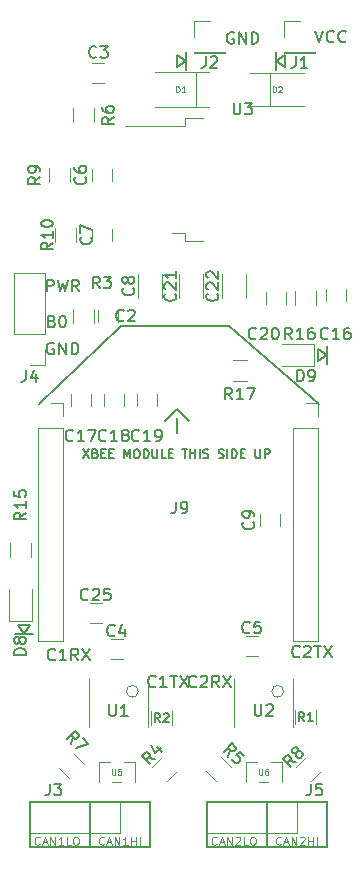
<source format=gbr>
G04 #@! TF.GenerationSoftware,KiCad,Pcbnew,5.0.2-bee76a0~70~ubuntu18.04.1*
G04 #@! TF.CreationDate,2020-02-03T17:56:43+02:00*
G04 #@! TF.ProjectId,Telemetry Board,54656c65-6d65-4747-9279-20426f617264,V1.4.1*
G04 #@! TF.SameCoordinates,Original*
G04 #@! TF.FileFunction,Legend,Top*
G04 #@! TF.FilePolarity,Positive*
%FSLAX46Y46*%
G04 Gerber Fmt 4.6, Leading zero omitted, Abs format (unit mm)*
G04 Created by KiCad (PCBNEW 5.0.2-bee76a0~70~ubuntu18.04.1) date ma  3. helmikuuta 2020 17.56.43*
%MOMM*%
%LPD*%
G01*
G04 APERTURE LIST*
%ADD10C,0.200000*%
%ADD11C,0.100000*%
%ADD12C,0.150000*%
%ADD13C,0.187500*%
%ADD14C,0.120000*%
%ADD15C,0.050000*%
%ADD16C,0.063500*%
G04 APERTURE END LIST*
D10*
X100076000Y-116586000D02*
X105156000Y-116586000D01*
X100076000Y-112776000D02*
X100076000Y-116586000D01*
X110236000Y-112776000D02*
X100076000Y-112776000D01*
X110236000Y-116586000D02*
X110236000Y-112776000D01*
X105156000Y-116586000D02*
X110236000Y-116586000D01*
X105156000Y-112776000D02*
X105156000Y-116586000D01*
X115062000Y-116586000D02*
X120142000Y-116586000D01*
X115062000Y-112776000D02*
X115062000Y-116586000D01*
X120142000Y-112776000D02*
X115062000Y-112776000D01*
X125222000Y-112776000D02*
X120142000Y-112776000D01*
X125222000Y-116586000D02*
X125222000Y-112776000D01*
X120142000Y-116586000D02*
X125222000Y-116586000D01*
X120142000Y-112776000D02*
X120142000Y-116586000D01*
D11*
X100928666Y-116328000D02*
X100895333Y-116361333D01*
X100795333Y-116394666D01*
X100728666Y-116394666D01*
X100628666Y-116361333D01*
X100562000Y-116294666D01*
X100528666Y-116228000D01*
X100495333Y-116094666D01*
X100495333Y-115994666D01*
X100528666Y-115861333D01*
X100562000Y-115794666D01*
X100628666Y-115728000D01*
X100728666Y-115694666D01*
X100795333Y-115694666D01*
X100895333Y-115728000D01*
X100928666Y-115761333D01*
X101195333Y-116194666D02*
X101528666Y-116194666D01*
X101128666Y-116394666D02*
X101362000Y-115694666D01*
X101595333Y-116394666D01*
X101828666Y-116394666D02*
X101828666Y-115694666D01*
X102228666Y-116394666D01*
X102228666Y-115694666D01*
X102928666Y-116394666D02*
X102528666Y-116394666D01*
X102728666Y-116394666D02*
X102728666Y-115694666D01*
X102662000Y-115794666D01*
X102595333Y-115861333D01*
X102528666Y-115894666D01*
X103562000Y-116394666D02*
X103228666Y-116394666D01*
X103228666Y-115694666D01*
X103928666Y-115694666D02*
X104062000Y-115694666D01*
X104128666Y-115728000D01*
X104195333Y-115794666D01*
X104228666Y-115928000D01*
X104228666Y-116161333D01*
X104195333Y-116294666D01*
X104128666Y-116361333D01*
X104062000Y-116394666D01*
X103928666Y-116394666D01*
X103862000Y-116361333D01*
X103795333Y-116294666D01*
X103762000Y-116161333D01*
X103762000Y-115928000D01*
X103795333Y-115794666D01*
X103862000Y-115728000D01*
X103928666Y-115694666D01*
X106379333Y-116328000D02*
X106346000Y-116361333D01*
X106246000Y-116394666D01*
X106179333Y-116394666D01*
X106079333Y-116361333D01*
X106012666Y-116294666D01*
X105979333Y-116228000D01*
X105946000Y-116094666D01*
X105946000Y-115994666D01*
X105979333Y-115861333D01*
X106012666Y-115794666D01*
X106079333Y-115728000D01*
X106179333Y-115694666D01*
X106246000Y-115694666D01*
X106346000Y-115728000D01*
X106379333Y-115761333D01*
X106646000Y-116194666D02*
X106979333Y-116194666D01*
X106579333Y-116394666D02*
X106812666Y-115694666D01*
X107046000Y-116394666D01*
X107279333Y-116394666D02*
X107279333Y-115694666D01*
X107679333Y-116394666D01*
X107679333Y-115694666D01*
X108379333Y-116394666D02*
X107979333Y-116394666D01*
X108179333Y-116394666D02*
X108179333Y-115694666D01*
X108112666Y-115794666D01*
X108046000Y-115861333D01*
X107979333Y-115894666D01*
X108679333Y-116394666D02*
X108679333Y-115694666D01*
X108679333Y-116028000D02*
X109079333Y-116028000D01*
X109079333Y-116394666D02*
X109079333Y-115694666D01*
X109412666Y-116394666D02*
X109412666Y-115694666D01*
X115914666Y-116328000D02*
X115881333Y-116361333D01*
X115781333Y-116394666D01*
X115714666Y-116394666D01*
X115614666Y-116361333D01*
X115548000Y-116294666D01*
X115514666Y-116228000D01*
X115481333Y-116094666D01*
X115481333Y-115994666D01*
X115514666Y-115861333D01*
X115548000Y-115794666D01*
X115614666Y-115728000D01*
X115714666Y-115694666D01*
X115781333Y-115694666D01*
X115881333Y-115728000D01*
X115914666Y-115761333D01*
X116181333Y-116194666D02*
X116514666Y-116194666D01*
X116114666Y-116394666D02*
X116348000Y-115694666D01*
X116581333Y-116394666D01*
X116814666Y-116394666D02*
X116814666Y-115694666D01*
X117214666Y-116394666D01*
X117214666Y-115694666D01*
X117514666Y-115761333D02*
X117548000Y-115728000D01*
X117614666Y-115694666D01*
X117781333Y-115694666D01*
X117848000Y-115728000D01*
X117881333Y-115761333D01*
X117914666Y-115828000D01*
X117914666Y-115894666D01*
X117881333Y-115994666D01*
X117481333Y-116394666D01*
X117914666Y-116394666D01*
X118548000Y-116394666D02*
X118214666Y-116394666D01*
X118214666Y-115694666D01*
X118914666Y-115694666D02*
X119048000Y-115694666D01*
X119114666Y-115728000D01*
X119181333Y-115794666D01*
X119214666Y-115928000D01*
X119214666Y-116161333D01*
X119181333Y-116294666D01*
X119114666Y-116361333D01*
X119048000Y-116394666D01*
X118914666Y-116394666D01*
X118848000Y-116361333D01*
X118781333Y-116294666D01*
X118748000Y-116161333D01*
X118748000Y-115928000D01*
X118781333Y-115794666D01*
X118848000Y-115728000D01*
X118914666Y-115694666D01*
D12*
X124460000Y-75438000D02*
X124460000Y-74422000D01*
X124460000Y-74422000D02*
X125222000Y-74930000D01*
X125222000Y-74930000D02*
X124460000Y-75438000D01*
X125222000Y-74168000D02*
X125222000Y-75692000D01*
X99060000Y-97790000D02*
X100076000Y-97790000D01*
X100076000Y-97790000D02*
X99568000Y-98552000D01*
X99568000Y-98552000D02*
X99060000Y-97790000D01*
X100330000Y-98552000D02*
X98806000Y-98552000D01*
X121666000Y-49530000D02*
X121666000Y-50546000D01*
X121666000Y-50546000D02*
X120904000Y-50038000D01*
X120904000Y-50038000D02*
X121666000Y-49530000D01*
X120904000Y-50800000D02*
X120904000Y-49276000D01*
X112522000Y-50546000D02*
X112522000Y-49530000D01*
X112522000Y-49530000D02*
X113284000Y-50038000D01*
X113284000Y-50038000D02*
X112522000Y-50546000D01*
X113284000Y-49276000D02*
X113284000Y-50800000D01*
X101536666Y-69540380D02*
X101536666Y-68540380D01*
X101917619Y-68540380D01*
X102012857Y-68588000D01*
X102060476Y-68635619D01*
X102108095Y-68730857D01*
X102108095Y-68873714D01*
X102060476Y-68968952D01*
X102012857Y-69016571D01*
X101917619Y-69064190D01*
X101536666Y-69064190D01*
X102441428Y-68540380D02*
X102679523Y-69540380D01*
X102870000Y-68826095D01*
X103060476Y-69540380D01*
X103298571Y-68540380D01*
X104250952Y-69540380D02*
X103917619Y-69064190D01*
X103679523Y-69540380D02*
X103679523Y-68540380D01*
X104060476Y-68540380D01*
X104155714Y-68588000D01*
X104203333Y-68635619D01*
X104250952Y-68730857D01*
X104250952Y-68873714D01*
X104203333Y-68968952D01*
X104155714Y-69016571D01*
X104060476Y-69064190D01*
X103679523Y-69064190D01*
X101957238Y-72064571D02*
X102100095Y-72112190D01*
X102147714Y-72159809D01*
X102195333Y-72255047D01*
X102195333Y-72397904D01*
X102147714Y-72493142D01*
X102100095Y-72540761D01*
X102004857Y-72588380D01*
X101623904Y-72588380D01*
X101623904Y-71588380D01*
X101957238Y-71588380D01*
X102052476Y-71636000D01*
X102100095Y-71683619D01*
X102147714Y-71778857D01*
X102147714Y-71874095D01*
X102100095Y-71969333D01*
X102052476Y-72016952D01*
X101957238Y-72064571D01*
X101623904Y-72064571D01*
X102814380Y-71588380D02*
X102909619Y-71588380D01*
X103004857Y-71636000D01*
X103052476Y-71683619D01*
X103100095Y-71778857D01*
X103147714Y-71969333D01*
X103147714Y-72207428D01*
X103100095Y-72397904D01*
X103052476Y-72493142D01*
X103004857Y-72540761D01*
X102909619Y-72588380D01*
X102814380Y-72588380D01*
X102719142Y-72540761D01*
X102671523Y-72493142D01*
X102623904Y-72397904D01*
X102576285Y-72207428D01*
X102576285Y-71969333D01*
X102623904Y-71778857D01*
X102671523Y-71683619D01*
X102719142Y-71636000D01*
X102814380Y-71588380D01*
X102108095Y-73922000D02*
X102012857Y-73874380D01*
X101870000Y-73874380D01*
X101727142Y-73922000D01*
X101631904Y-74017238D01*
X101584285Y-74112476D01*
X101536666Y-74302952D01*
X101536666Y-74445809D01*
X101584285Y-74636285D01*
X101631904Y-74731523D01*
X101727142Y-74826761D01*
X101870000Y-74874380D01*
X101965238Y-74874380D01*
X102108095Y-74826761D01*
X102155714Y-74779142D01*
X102155714Y-74445809D01*
X101965238Y-74445809D01*
X102584285Y-74874380D02*
X102584285Y-73874380D01*
X103155714Y-74874380D01*
X103155714Y-73874380D01*
X103631904Y-74874380D02*
X103631904Y-73874380D01*
X103870000Y-73874380D01*
X104012857Y-73922000D01*
X104108095Y-74017238D01*
X104155714Y-74112476D01*
X104203333Y-74302952D01*
X104203333Y-74445809D01*
X104155714Y-74636285D01*
X104108095Y-74731523D01*
X104012857Y-74826761D01*
X103870000Y-74874380D01*
X103631904Y-74874380D01*
X112522000Y-80264000D02*
X112522000Y-81534000D01*
X112522000Y-79502000D02*
X113538000Y-80518000D01*
X111506000Y-80518000D02*
X112522000Y-79502000D01*
D13*
X104611285Y-82901285D02*
X105111285Y-83651285D01*
X105111285Y-82901285D02*
X104611285Y-83651285D01*
X105647000Y-83258428D02*
X105754142Y-83294142D01*
X105789857Y-83329857D01*
X105825571Y-83401285D01*
X105825571Y-83508428D01*
X105789857Y-83579857D01*
X105754142Y-83615571D01*
X105682714Y-83651285D01*
X105397000Y-83651285D01*
X105397000Y-82901285D01*
X105647000Y-82901285D01*
X105718428Y-82937000D01*
X105754142Y-82972714D01*
X105789857Y-83044142D01*
X105789857Y-83115571D01*
X105754142Y-83187000D01*
X105718428Y-83222714D01*
X105647000Y-83258428D01*
X105397000Y-83258428D01*
X106147000Y-83258428D02*
X106397000Y-83258428D01*
X106504142Y-83651285D02*
X106147000Y-83651285D01*
X106147000Y-82901285D01*
X106504142Y-82901285D01*
X106825571Y-83258428D02*
X107075571Y-83258428D01*
X107182714Y-83651285D02*
X106825571Y-83651285D01*
X106825571Y-82901285D01*
X107182714Y-82901285D01*
X108075571Y-83651285D02*
X108075571Y-82901285D01*
X108325571Y-83437000D01*
X108575571Y-82901285D01*
X108575571Y-83651285D01*
X109075571Y-82901285D02*
X109218428Y-82901285D01*
X109289857Y-82937000D01*
X109361285Y-83008428D01*
X109397000Y-83151285D01*
X109397000Y-83401285D01*
X109361285Y-83544142D01*
X109289857Y-83615571D01*
X109218428Y-83651285D01*
X109075571Y-83651285D01*
X109004142Y-83615571D01*
X108932714Y-83544142D01*
X108897000Y-83401285D01*
X108897000Y-83151285D01*
X108932714Y-83008428D01*
X109004142Y-82937000D01*
X109075571Y-82901285D01*
X109718428Y-83651285D02*
X109718428Y-82901285D01*
X109897000Y-82901285D01*
X110004142Y-82937000D01*
X110075571Y-83008428D01*
X110111285Y-83079857D01*
X110147000Y-83222714D01*
X110147000Y-83329857D01*
X110111285Y-83472714D01*
X110075571Y-83544142D01*
X110004142Y-83615571D01*
X109897000Y-83651285D01*
X109718428Y-83651285D01*
X110468428Y-82901285D02*
X110468428Y-83508428D01*
X110504142Y-83579857D01*
X110539857Y-83615571D01*
X110611285Y-83651285D01*
X110754142Y-83651285D01*
X110825571Y-83615571D01*
X110861285Y-83579857D01*
X110897000Y-83508428D01*
X110897000Y-82901285D01*
X111611285Y-83651285D02*
X111254142Y-83651285D01*
X111254142Y-82901285D01*
X111861285Y-83258428D02*
X112111285Y-83258428D01*
X112218428Y-83651285D02*
X111861285Y-83651285D01*
X111861285Y-82901285D01*
X112218428Y-82901285D01*
X113004142Y-82901285D02*
X113432714Y-82901285D01*
X113218428Y-83651285D02*
X113218428Y-82901285D01*
X113682714Y-83651285D02*
X113682714Y-82901285D01*
X113682714Y-83258428D02*
X114111285Y-83258428D01*
X114111285Y-83651285D02*
X114111285Y-82901285D01*
X114468428Y-83651285D02*
X114468428Y-82901285D01*
X114789857Y-83615571D02*
X114896999Y-83651285D01*
X115075571Y-83651285D01*
X115146999Y-83615571D01*
X115182714Y-83579857D01*
X115218428Y-83508428D01*
X115218428Y-83437000D01*
X115182714Y-83365571D01*
X115146999Y-83329857D01*
X115075571Y-83294142D01*
X114932714Y-83258428D01*
X114861285Y-83222714D01*
X114825571Y-83187000D01*
X114789857Y-83115571D01*
X114789857Y-83044142D01*
X114825571Y-82972714D01*
X114861285Y-82937000D01*
X114932714Y-82901285D01*
X115111285Y-82901285D01*
X115218428Y-82937000D01*
X116075571Y-83615571D02*
X116182714Y-83651285D01*
X116361285Y-83651285D01*
X116432714Y-83615571D01*
X116468428Y-83579857D01*
X116504142Y-83508428D01*
X116504142Y-83437000D01*
X116468428Y-83365571D01*
X116432714Y-83329857D01*
X116361285Y-83294142D01*
X116218428Y-83258428D01*
X116146999Y-83222714D01*
X116111285Y-83187000D01*
X116075571Y-83115571D01*
X116075571Y-83044142D01*
X116111285Y-82972714D01*
X116146999Y-82937000D01*
X116218428Y-82901285D01*
X116396999Y-82901285D01*
X116504142Y-82937000D01*
X116825571Y-83651285D02*
X116825571Y-82901285D01*
X117182714Y-83651285D02*
X117182714Y-82901285D01*
X117361285Y-82901285D01*
X117468428Y-82937000D01*
X117539857Y-83008428D01*
X117575571Y-83079857D01*
X117611285Y-83222714D01*
X117611285Y-83329857D01*
X117575571Y-83472714D01*
X117539857Y-83544142D01*
X117468428Y-83615571D01*
X117361285Y-83651285D01*
X117182714Y-83651285D01*
X117932714Y-83258428D02*
X118182714Y-83258428D01*
X118289857Y-83651285D02*
X117932714Y-83651285D01*
X117932714Y-82901285D01*
X118289857Y-82901285D01*
X119182714Y-82901285D02*
X119182714Y-83508428D01*
X119218428Y-83579857D01*
X119254142Y-83615571D01*
X119325571Y-83651285D01*
X119468428Y-83651285D01*
X119539857Y-83615571D01*
X119575571Y-83579857D01*
X119611285Y-83508428D01*
X119611285Y-82901285D01*
X119968428Y-83651285D02*
X119968428Y-82901285D01*
X120254142Y-82901285D01*
X120325571Y-82937000D01*
X120361285Y-82972714D01*
X120396999Y-83044142D01*
X120396999Y-83151285D01*
X120361285Y-83222714D01*
X120325571Y-83258428D01*
X120254142Y-83294142D01*
X119968428Y-83294142D01*
D11*
X121365333Y-116328000D02*
X121332000Y-116361333D01*
X121232000Y-116394666D01*
X121165333Y-116394666D01*
X121065333Y-116361333D01*
X120998666Y-116294666D01*
X120965333Y-116228000D01*
X120932000Y-116094666D01*
X120932000Y-115994666D01*
X120965333Y-115861333D01*
X120998666Y-115794666D01*
X121065333Y-115728000D01*
X121165333Y-115694666D01*
X121232000Y-115694666D01*
X121332000Y-115728000D01*
X121365333Y-115761333D01*
X121632000Y-116194666D02*
X121965333Y-116194666D01*
X121565333Y-116394666D02*
X121798666Y-115694666D01*
X122032000Y-116394666D01*
X122265333Y-116394666D02*
X122265333Y-115694666D01*
X122665333Y-116394666D01*
X122665333Y-115694666D01*
X122965333Y-115761333D02*
X122998666Y-115728000D01*
X123065333Y-115694666D01*
X123232000Y-115694666D01*
X123298666Y-115728000D01*
X123332000Y-115761333D01*
X123365333Y-115828000D01*
X123365333Y-115894666D01*
X123332000Y-115994666D01*
X122932000Y-116394666D01*
X123365333Y-116394666D01*
X123665333Y-116394666D02*
X123665333Y-115694666D01*
X123665333Y-116028000D02*
X124065333Y-116028000D01*
X124065333Y-116394666D02*
X124065333Y-115694666D01*
X124398666Y-116394666D02*
X124398666Y-115694666D01*
D10*
X117348095Y-47633000D02*
X117252857Y-47585380D01*
X117110000Y-47585380D01*
X116967142Y-47633000D01*
X116871904Y-47728238D01*
X116824285Y-47823476D01*
X116776666Y-48013952D01*
X116776666Y-48156809D01*
X116824285Y-48347285D01*
X116871904Y-48442523D01*
X116967142Y-48537761D01*
X117110000Y-48585380D01*
X117205238Y-48585380D01*
X117348095Y-48537761D01*
X117395714Y-48490142D01*
X117395714Y-48156809D01*
X117205238Y-48156809D01*
X117824285Y-48585380D02*
X117824285Y-47585380D01*
X118395714Y-48585380D01*
X118395714Y-47585380D01*
X118871904Y-48585380D02*
X118871904Y-47585380D01*
X119110000Y-47585380D01*
X119252857Y-47633000D01*
X119348095Y-47728238D01*
X119395714Y-47823476D01*
X119443333Y-48013952D01*
X119443333Y-48156809D01*
X119395714Y-48347285D01*
X119348095Y-48442523D01*
X119252857Y-48537761D01*
X119110000Y-48585380D01*
X118871904Y-48585380D01*
X124269666Y-47458380D02*
X124603000Y-48458380D01*
X124936333Y-47458380D01*
X125841095Y-48363142D02*
X125793476Y-48410761D01*
X125650619Y-48458380D01*
X125555380Y-48458380D01*
X125412523Y-48410761D01*
X125317285Y-48315523D01*
X125269666Y-48220285D01*
X125222047Y-48029809D01*
X125222047Y-47886952D01*
X125269666Y-47696476D01*
X125317285Y-47601238D01*
X125412523Y-47506000D01*
X125555380Y-47458380D01*
X125650619Y-47458380D01*
X125793476Y-47506000D01*
X125841095Y-47553619D01*
X126841095Y-48363142D02*
X126793476Y-48410761D01*
X126650619Y-48458380D01*
X126555380Y-48458380D01*
X126412523Y-48410761D01*
X126317285Y-48315523D01*
X126269666Y-48220285D01*
X126222047Y-48029809D01*
X126222047Y-47886952D01*
X126269666Y-47696476D01*
X126317285Y-47601238D01*
X126412523Y-47506000D01*
X126555380Y-47458380D01*
X126650619Y-47458380D01*
X126793476Y-47506000D01*
X126841095Y-47553619D01*
D12*
G04 #@! TO.C,J9*
X100839001Y-79069001D02*
X107824001Y-72465001D01*
D14*
X100795001Y-81085001D02*
X102915001Y-81085001D01*
X100795001Y-81085001D02*
X100795001Y-99145001D01*
X100795001Y-99145001D02*
X102915001Y-99145001D01*
X102915001Y-81085001D02*
X102915001Y-99145001D01*
X102915001Y-79025001D02*
X102915001Y-80085001D01*
X101855001Y-79025001D02*
X102915001Y-79025001D01*
X123445001Y-79025001D02*
X124505001Y-79025001D01*
X124505001Y-79025001D02*
X124505001Y-80085001D01*
X122385001Y-81085001D02*
X122385001Y-99145001D01*
X122385001Y-81085001D02*
X124505001Y-81085001D01*
X122385001Y-99145001D02*
X124505001Y-99145001D01*
X124505001Y-81085001D02*
X124505001Y-99145001D01*
D12*
X116968001Y-72465001D02*
X124588001Y-79069001D01*
X116968001Y-72465001D02*
X107824001Y-72465001D01*
D14*
G04 #@! TO.C,D8*
X98354000Y-94758000D02*
X98354000Y-97443000D01*
X98354000Y-97443000D02*
X100274000Y-97443000D01*
X100274000Y-97443000D02*
X100274000Y-94758000D01*
D15*
G04 #@! TO.C,D1*
X114184000Y-53901000D02*
X114184000Y-51001000D01*
X115284000Y-53901000D02*
X110684000Y-53901000D01*
X110684000Y-51001000D02*
X115284000Y-51001000D01*
D14*
G04 #@! TO.C,U3*
X114755000Y-54871000D02*
X113255000Y-54871000D01*
X113255000Y-54871000D02*
X113255000Y-55561000D01*
X113255000Y-55561000D02*
X108130000Y-55561000D01*
X114755000Y-65271000D02*
X113255000Y-65271000D01*
X113255000Y-65271000D02*
X113255000Y-64581000D01*
X113255000Y-64581000D02*
X112155000Y-64581000D01*
G04 #@! TO.C,J4*
X101406000Y-68012000D02*
X98746000Y-68012000D01*
X101406000Y-73152000D02*
X101406000Y-68012000D01*
X98746000Y-73152000D02*
X98746000Y-68012000D01*
X101406000Y-73152000D02*
X98746000Y-73152000D01*
X101406000Y-74422000D02*
X101406000Y-75752000D01*
X101406000Y-75752000D02*
X100076000Y-75752000D01*
D15*
G04 #@! TO.C,D2*
X123331000Y-51056000D02*
X118731000Y-51056000D01*
X118731000Y-53846000D02*
X123331000Y-53846000D01*
X120396000Y-53846000D02*
X120396000Y-51056000D01*
D14*
G04 #@! TO.C,C2*
X105830000Y-71128000D02*
X105830000Y-72128000D01*
X107530000Y-72128000D02*
X107530000Y-71128000D01*
G04 #@! TO.C,C3*
X106398000Y-50204000D02*
X105398000Y-50204000D01*
X105398000Y-51904000D02*
X106398000Y-51904000D01*
G04 #@! TO.C,C6*
X107022000Y-60190000D02*
X107022000Y-59190000D01*
X105322000Y-59190000D02*
X105322000Y-60190000D01*
G04 #@! TO.C,C7*
X105322000Y-64270000D02*
X105322000Y-65270000D01*
X107022000Y-65270000D02*
X107022000Y-64270000D01*
G04 #@! TO.C,C9*
X119546000Y-88400000D02*
X119546000Y-89400000D01*
X121246000Y-89400000D02*
X121246000Y-88400000D01*
G04 #@! TO.C,C16*
X126834000Y-70350000D02*
X126834000Y-69350000D01*
X125134000Y-69350000D02*
X125134000Y-70350000D01*
G04 #@! TO.C,C17*
X103544000Y-78240000D02*
X103544000Y-79240000D01*
X105244000Y-79240000D02*
X105244000Y-78240000D01*
G04 #@! TO.C,C18*
X108038000Y-79240000D02*
X108038000Y-78240000D01*
X106338000Y-78240000D02*
X106338000Y-79240000D01*
G04 #@! TO.C,C19*
X110832000Y-79240000D02*
X110832000Y-78240000D01*
X109132000Y-78240000D02*
X109132000Y-79240000D01*
G04 #@! TO.C,C20*
X120054000Y-69604000D02*
X120054000Y-70604000D01*
X121754000Y-70604000D02*
X121754000Y-69604000D01*
G04 #@! TO.C,C25*
X106164000Y-95924000D02*
X105164000Y-95924000D01*
X105164000Y-97624000D02*
X106164000Y-97624000D01*
G04 #@! TO.C,D9*
X121428000Y-75890000D02*
X124113000Y-75890000D01*
X124113000Y-75890000D02*
X124113000Y-73970000D01*
X124113000Y-73970000D02*
X121428000Y-73970000D01*
G04 #@! TO.C,R3*
X105528000Y-71028000D02*
X105528000Y-72228000D01*
X103768000Y-72228000D02*
X103768000Y-71028000D01*
G04 #@! TO.C,R6*
X103768000Y-55210000D02*
X103768000Y-54010000D01*
X105528000Y-54010000D02*
X105528000Y-55210000D01*
G04 #@! TO.C,R9*
X101736000Y-60290000D02*
X101736000Y-59090000D01*
X103496000Y-59090000D02*
X103496000Y-60290000D01*
G04 #@! TO.C,R10*
X102244000Y-65370000D02*
X102244000Y-64170000D01*
X104004000Y-64170000D02*
X104004000Y-65370000D01*
G04 #@! TO.C,R15*
X100194000Y-90840000D02*
X100194000Y-92040000D01*
X98434000Y-92040000D02*
X98434000Y-90840000D01*
G04 #@! TO.C,R16*
X122564000Y-70704000D02*
X122564000Y-69504000D01*
X124324000Y-69504000D02*
X124324000Y-70704000D01*
G04 #@! TO.C,R17*
X117256000Y-75320000D02*
X118456000Y-75320000D01*
X118456000Y-77080000D02*
X117256000Y-77080000D01*
G04 #@! TO.C,J1*
X121606000Y-46676000D02*
X122936000Y-46676000D01*
X121606000Y-48006000D02*
X121606000Y-46676000D01*
X121606000Y-49276000D02*
X124266000Y-49276000D01*
X124266000Y-49276000D02*
X124266000Y-49336000D01*
X121606000Y-49276000D02*
X121606000Y-49336000D01*
X121606000Y-49336000D02*
X124266000Y-49336000D01*
G04 #@! TO.C,J2*
X113986000Y-49336000D02*
X116646000Y-49336000D01*
X113986000Y-49276000D02*
X113986000Y-49336000D01*
X116646000Y-49276000D02*
X116646000Y-49336000D01*
X113986000Y-49276000D02*
X116646000Y-49276000D01*
X113986000Y-48006000D02*
X113986000Y-46676000D01*
X113986000Y-46676000D02*
X115316000Y-46676000D01*
G04 #@! TO.C,J3*
X100016000Y-112716000D02*
X100016000Y-115376000D01*
X107696000Y-112716000D02*
X100016000Y-112716000D01*
X107696000Y-115376000D02*
X100016000Y-115376000D01*
X107696000Y-112716000D02*
X107696000Y-115376000D01*
X108966000Y-112716000D02*
X110296000Y-112716000D01*
X110296000Y-112716000D02*
X110296000Y-114046000D01*
G04 #@! TO.C,J5*
X125282000Y-112716000D02*
X125282000Y-114046000D01*
X123952000Y-112716000D02*
X125282000Y-112716000D01*
X122682000Y-112716000D02*
X122682000Y-115376000D01*
X122682000Y-115376000D02*
X115002000Y-115376000D01*
X122682000Y-112716000D02*
X115002000Y-112716000D01*
X115002000Y-112716000D02*
X115002000Y-115376000D01*
G04 #@! TO.C,C4*
X107942000Y-98972000D02*
X106942000Y-98972000D01*
X106942000Y-100672000D02*
X107942000Y-100672000D01*
G04 #@! TO.C,C5*
X118372000Y-100418000D02*
X119372000Y-100418000D01*
X119372000Y-98718000D02*
X118372000Y-98718000D01*
G04 #@! TO.C,C8*
X111256000Y-70088000D02*
X111256000Y-68088000D01*
X109216000Y-68088000D02*
X109216000Y-70088000D01*
G04 #@! TO.C,C21*
X112752910Y-68088000D02*
X112752910Y-70088000D01*
X114792910Y-70088000D02*
X114792910Y-68088000D01*
G04 #@! TO.C,C22*
X118368000Y-70088000D02*
X118368000Y-68088000D01*
X116328000Y-68088000D02*
X116328000Y-70088000D01*
G04 #@! TO.C,R1*
X122564000Y-106184000D02*
X122564000Y-104984000D01*
X124324000Y-104984000D02*
X124324000Y-106184000D01*
G04 #@! TO.C,R2*
X110372000Y-106264000D02*
X110372000Y-105064000D01*
X112132000Y-105064000D02*
X112132000Y-106264000D01*
G04 #@! TO.C,R4*
X110459482Y-109784010D02*
X111308010Y-108935482D01*
X112552518Y-110179990D02*
X111703990Y-111028518D01*
G04 #@! TO.C,R5*
X116275990Y-108935482D02*
X117124518Y-109784010D01*
X115880010Y-111028518D02*
X115031482Y-110179990D01*
D15*
G04 #@! TO.C,U1*
X109269000Y-103394000D02*
G75*
G03X109269000Y-103394000I-500000J0D01*
G01*
X110069000Y-102394000D02*
X110069000Y-106394000D01*
X105069000Y-102394000D02*
X105069000Y-106394000D01*
G04 #@! TO.C,U2*
X117388000Y-102394000D02*
X117388000Y-106394000D01*
X122388000Y-102394000D02*
X122388000Y-106394000D01*
X121588000Y-103394000D02*
G75*
G03X121588000Y-103394000I-500000J0D01*
G01*
G04 #@! TO.C,U5*
X107042000Y-111111000D02*
X107842000Y-111111000D01*
X105922000Y-109361000D02*
X106842000Y-109361000D01*
X108962000Y-109361000D02*
X108042000Y-109361000D01*
X105922000Y-111111000D02*
X105922000Y-109361000D01*
X108962000Y-109361000D02*
X108962000Y-111111000D01*
G04 #@! TO.C,U6*
X121408000Y-109361000D02*
X121408000Y-111111000D01*
X118368000Y-111111000D02*
X118368000Y-109361000D01*
X121408000Y-109361000D02*
X120488000Y-109361000D01*
X118368000Y-109361000D02*
X119288000Y-109361000D01*
X119488000Y-111111000D02*
X120288000Y-111111000D01*
D14*
G04 #@! TO.C,R7*
X103829990Y-108681482D02*
X104678518Y-109530010D01*
X103434010Y-110774518D02*
X102585482Y-109925990D01*
G04 #@! TO.C,R8*
X124744518Y-110179990D02*
X123895990Y-111028518D01*
X122651482Y-109784010D02*
X123500010Y-108935482D01*
G04 #@! TO.C,J9*
D12*
X112442666Y-87336380D02*
X112442666Y-88050666D01*
X112395047Y-88193523D01*
X112299809Y-88288761D01*
X112156952Y-88336380D01*
X112061714Y-88336380D01*
X112966476Y-88336380D02*
X113156952Y-88336380D01*
X113252190Y-88288761D01*
X113299809Y-88241142D01*
X113395047Y-88098285D01*
X113442666Y-87907809D01*
X113442666Y-87526857D01*
X113395047Y-87431619D01*
X113347428Y-87384000D01*
X113252190Y-87336380D01*
X113061714Y-87336380D01*
X112966476Y-87384000D01*
X112918857Y-87431619D01*
X112871238Y-87526857D01*
X112871238Y-87764952D01*
X112918857Y-87860190D01*
X112966476Y-87907809D01*
X113061714Y-87955428D01*
X113252190Y-87955428D01*
X113347428Y-87907809D01*
X113395047Y-87860190D01*
X113442666Y-87764952D01*
G04 #@! TO.C,D8*
X99766380Y-100306095D02*
X98766380Y-100306095D01*
X98766380Y-100068000D01*
X98814000Y-99925142D01*
X98909238Y-99829904D01*
X99004476Y-99782285D01*
X99194952Y-99734666D01*
X99337809Y-99734666D01*
X99528285Y-99782285D01*
X99623523Y-99829904D01*
X99718761Y-99925142D01*
X99766380Y-100068000D01*
X99766380Y-100306095D01*
X99194952Y-99163238D02*
X99147333Y-99258476D01*
X99099714Y-99306095D01*
X99004476Y-99353714D01*
X98956857Y-99353714D01*
X98861619Y-99306095D01*
X98814000Y-99258476D01*
X98766380Y-99163238D01*
X98766380Y-98972761D01*
X98814000Y-98877523D01*
X98861619Y-98829904D01*
X98956857Y-98782285D01*
X99004476Y-98782285D01*
X99099714Y-98829904D01*
X99147333Y-98877523D01*
X99194952Y-98972761D01*
X99194952Y-99163238D01*
X99242571Y-99258476D01*
X99290190Y-99306095D01*
X99385428Y-99353714D01*
X99575904Y-99353714D01*
X99671142Y-99306095D01*
X99718761Y-99258476D01*
X99766380Y-99163238D01*
X99766380Y-98972761D01*
X99718761Y-98877523D01*
X99671142Y-98829904D01*
X99575904Y-98782285D01*
X99385428Y-98782285D01*
X99290190Y-98829904D01*
X99242571Y-98877523D01*
X99194952Y-98972761D01*
G04 #@! TO.C,D1*
D16*
X112482047Y-52680809D02*
X112482047Y-52172809D01*
X112603000Y-52172809D01*
X112675571Y-52197000D01*
X112723952Y-52245380D01*
X112748142Y-52293761D01*
X112772333Y-52390523D01*
X112772333Y-52463095D01*
X112748142Y-52559857D01*
X112723952Y-52608238D01*
X112675571Y-52656619D01*
X112603000Y-52680809D01*
X112482047Y-52680809D01*
X113256142Y-52680809D02*
X112965857Y-52680809D01*
X113111000Y-52680809D02*
X113111000Y-52172809D01*
X113062619Y-52245380D01*
X113014238Y-52293761D01*
X112965857Y-52317952D01*
G04 #@! TO.C,U3*
D12*
X117348095Y-53554380D02*
X117348095Y-54363904D01*
X117395714Y-54459142D01*
X117443333Y-54506761D01*
X117538571Y-54554380D01*
X117729047Y-54554380D01*
X117824285Y-54506761D01*
X117871904Y-54459142D01*
X117919523Y-54363904D01*
X117919523Y-53554380D01*
X118300476Y-53554380D02*
X118919523Y-53554380D01*
X118586190Y-53935333D01*
X118729047Y-53935333D01*
X118824285Y-53982952D01*
X118871904Y-54030571D01*
X118919523Y-54125809D01*
X118919523Y-54363904D01*
X118871904Y-54459142D01*
X118824285Y-54506761D01*
X118729047Y-54554380D01*
X118443333Y-54554380D01*
X118348095Y-54506761D01*
X118300476Y-54459142D01*
G04 #@! TO.C,J4*
X99742666Y-76204380D02*
X99742666Y-76918666D01*
X99695047Y-77061523D01*
X99599809Y-77156761D01*
X99456952Y-77204380D01*
X99361714Y-77204380D01*
X100647428Y-76537714D02*
X100647428Y-77204380D01*
X100409333Y-76156761D02*
X100171238Y-76871047D01*
X100790285Y-76871047D01*
G04 #@! TO.C,D2*
D16*
X120656047Y-52680809D02*
X120656047Y-52172809D01*
X120777000Y-52172809D01*
X120849571Y-52197000D01*
X120897952Y-52245380D01*
X120922142Y-52293761D01*
X120946333Y-52390523D01*
X120946333Y-52463095D01*
X120922142Y-52559857D01*
X120897952Y-52608238D01*
X120849571Y-52656619D01*
X120777000Y-52680809D01*
X120656047Y-52680809D01*
X121139857Y-52221190D02*
X121164047Y-52197000D01*
X121212428Y-52172809D01*
X121333380Y-52172809D01*
X121381761Y-52197000D01*
X121405952Y-52221190D01*
X121430142Y-52269571D01*
X121430142Y-52317952D01*
X121405952Y-52390523D01*
X121115666Y-52680809D01*
X121430142Y-52680809D01*
G04 #@! TO.C,C2*
D12*
X108037333Y-71985142D02*
X107989714Y-72032761D01*
X107846857Y-72080380D01*
X107751619Y-72080380D01*
X107608761Y-72032761D01*
X107513523Y-71937523D01*
X107465904Y-71842285D01*
X107418285Y-71651809D01*
X107418285Y-71508952D01*
X107465904Y-71318476D01*
X107513523Y-71223238D01*
X107608761Y-71128000D01*
X107751619Y-71080380D01*
X107846857Y-71080380D01*
X107989714Y-71128000D01*
X108037333Y-71175619D01*
X108418285Y-71175619D02*
X108465904Y-71128000D01*
X108561142Y-71080380D01*
X108799238Y-71080380D01*
X108894476Y-71128000D01*
X108942095Y-71175619D01*
X108989714Y-71270857D01*
X108989714Y-71366095D01*
X108942095Y-71508952D01*
X108370666Y-72080380D01*
X108989714Y-72080380D01*
G04 #@! TO.C,C3*
X105731333Y-49661142D02*
X105683714Y-49708761D01*
X105540857Y-49756380D01*
X105445619Y-49756380D01*
X105302761Y-49708761D01*
X105207523Y-49613523D01*
X105159904Y-49518285D01*
X105112285Y-49327809D01*
X105112285Y-49184952D01*
X105159904Y-48994476D01*
X105207523Y-48899238D01*
X105302761Y-48804000D01*
X105445619Y-48756380D01*
X105540857Y-48756380D01*
X105683714Y-48804000D01*
X105731333Y-48851619D01*
X106064666Y-48756380D02*
X106683714Y-48756380D01*
X106350380Y-49137333D01*
X106493238Y-49137333D01*
X106588476Y-49184952D01*
X106636095Y-49232571D01*
X106683714Y-49327809D01*
X106683714Y-49565904D01*
X106636095Y-49661142D01*
X106588476Y-49708761D01*
X106493238Y-49756380D01*
X106207523Y-49756380D01*
X106112285Y-49708761D01*
X106064666Y-49661142D01*
G04 #@! TO.C,C6*
X104779142Y-59856666D02*
X104826761Y-59904285D01*
X104874380Y-60047142D01*
X104874380Y-60142380D01*
X104826761Y-60285238D01*
X104731523Y-60380476D01*
X104636285Y-60428095D01*
X104445809Y-60475714D01*
X104302952Y-60475714D01*
X104112476Y-60428095D01*
X104017238Y-60380476D01*
X103922000Y-60285238D01*
X103874380Y-60142380D01*
X103874380Y-60047142D01*
X103922000Y-59904285D01*
X103969619Y-59856666D01*
X103874380Y-58999523D02*
X103874380Y-59190000D01*
X103922000Y-59285238D01*
X103969619Y-59332857D01*
X104112476Y-59428095D01*
X104302952Y-59475714D01*
X104683904Y-59475714D01*
X104779142Y-59428095D01*
X104826761Y-59380476D01*
X104874380Y-59285238D01*
X104874380Y-59094761D01*
X104826761Y-58999523D01*
X104779142Y-58951904D01*
X104683904Y-58904285D01*
X104445809Y-58904285D01*
X104350571Y-58951904D01*
X104302952Y-58999523D01*
X104255333Y-59094761D01*
X104255333Y-59285238D01*
X104302952Y-59380476D01*
X104350571Y-59428095D01*
X104445809Y-59475714D01*
G04 #@! TO.C,C7*
X105259142Y-64936666D02*
X105306761Y-64984285D01*
X105354380Y-65127142D01*
X105354380Y-65222380D01*
X105306761Y-65365238D01*
X105211523Y-65460476D01*
X105116285Y-65508095D01*
X104925809Y-65555714D01*
X104782952Y-65555714D01*
X104592476Y-65508095D01*
X104497238Y-65460476D01*
X104402000Y-65365238D01*
X104354380Y-65222380D01*
X104354380Y-65127142D01*
X104402000Y-64984285D01*
X104449619Y-64936666D01*
X104354380Y-64603333D02*
X104354380Y-63936666D01*
X105354380Y-64365238D01*
G04 #@! TO.C,C9*
X119003142Y-89066666D02*
X119050761Y-89114285D01*
X119098380Y-89257142D01*
X119098380Y-89352380D01*
X119050761Y-89495238D01*
X118955523Y-89590476D01*
X118860285Y-89638095D01*
X118669809Y-89685714D01*
X118526952Y-89685714D01*
X118336476Y-89638095D01*
X118241238Y-89590476D01*
X118146000Y-89495238D01*
X118098380Y-89352380D01*
X118098380Y-89257142D01*
X118146000Y-89114285D01*
X118193619Y-89066666D01*
X119098380Y-88590476D02*
X119098380Y-88400000D01*
X119050761Y-88304761D01*
X119003142Y-88257142D01*
X118860285Y-88161904D01*
X118669809Y-88114285D01*
X118288857Y-88114285D01*
X118193619Y-88161904D01*
X118146000Y-88209523D01*
X118098380Y-88304761D01*
X118098380Y-88495238D01*
X118146000Y-88590476D01*
X118193619Y-88638095D01*
X118288857Y-88685714D01*
X118526952Y-88685714D01*
X118622190Y-88638095D01*
X118669809Y-88590476D01*
X118717428Y-88495238D01*
X118717428Y-88304761D01*
X118669809Y-88209523D01*
X118622190Y-88161904D01*
X118526952Y-88114285D01*
G04 #@! TO.C,C16*
X125341142Y-73509142D02*
X125293523Y-73556761D01*
X125150666Y-73604380D01*
X125055428Y-73604380D01*
X124912571Y-73556761D01*
X124817333Y-73461523D01*
X124769714Y-73366285D01*
X124722095Y-73175809D01*
X124722095Y-73032952D01*
X124769714Y-72842476D01*
X124817333Y-72747238D01*
X124912571Y-72652000D01*
X125055428Y-72604380D01*
X125150666Y-72604380D01*
X125293523Y-72652000D01*
X125341142Y-72699619D01*
X126293523Y-73604380D02*
X125722095Y-73604380D01*
X126007809Y-73604380D02*
X126007809Y-72604380D01*
X125912571Y-72747238D01*
X125817333Y-72842476D01*
X125722095Y-72890095D01*
X127150666Y-72604380D02*
X126960190Y-72604380D01*
X126864952Y-72652000D01*
X126817333Y-72699619D01*
X126722095Y-72842476D01*
X126674476Y-73032952D01*
X126674476Y-73413904D01*
X126722095Y-73509142D01*
X126769714Y-73556761D01*
X126864952Y-73604380D01*
X127055428Y-73604380D01*
X127150666Y-73556761D01*
X127198285Y-73509142D01*
X127245904Y-73413904D01*
X127245904Y-73175809D01*
X127198285Y-73080571D01*
X127150666Y-73032952D01*
X127055428Y-72985333D01*
X126864952Y-72985333D01*
X126769714Y-73032952D01*
X126722095Y-73080571D01*
X126674476Y-73175809D01*
G04 #@! TO.C,C17*
X103751142Y-82145142D02*
X103703523Y-82192761D01*
X103560666Y-82240380D01*
X103465428Y-82240380D01*
X103322571Y-82192761D01*
X103227333Y-82097523D01*
X103179714Y-82002285D01*
X103132095Y-81811809D01*
X103132095Y-81668952D01*
X103179714Y-81478476D01*
X103227333Y-81383238D01*
X103322571Y-81288000D01*
X103465428Y-81240380D01*
X103560666Y-81240380D01*
X103703523Y-81288000D01*
X103751142Y-81335619D01*
X104703523Y-82240380D02*
X104132095Y-82240380D01*
X104417809Y-82240380D02*
X104417809Y-81240380D01*
X104322571Y-81383238D01*
X104227333Y-81478476D01*
X104132095Y-81526095D01*
X105036857Y-81240380D02*
X105703523Y-81240380D01*
X105274952Y-82240380D01*
G04 #@! TO.C,C18*
X106545142Y-82145142D02*
X106497523Y-82192761D01*
X106354666Y-82240380D01*
X106259428Y-82240380D01*
X106116571Y-82192761D01*
X106021333Y-82097523D01*
X105973714Y-82002285D01*
X105926095Y-81811809D01*
X105926095Y-81668952D01*
X105973714Y-81478476D01*
X106021333Y-81383238D01*
X106116571Y-81288000D01*
X106259428Y-81240380D01*
X106354666Y-81240380D01*
X106497523Y-81288000D01*
X106545142Y-81335619D01*
X107497523Y-82240380D02*
X106926095Y-82240380D01*
X107211809Y-82240380D02*
X107211809Y-81240380D01*
X107116571Y-81383238D01*
X107021333Y-81478476D01*
X106926095Y-81526095D01*
X108068952Y-81668952D02*
X107973714Y-81621333D01*
X107926095Y-81573714D01*
X107878476Y-81478476D01*
X107878476Y-81430857D01*
X107926095Y-81335619D01*
X107973714Y-81288000D01*
X108068952Y-81240380D01*
X108259428Y-81240380D01*
X108354666Y-81288000D01*
X108402285Y-81335619D01*
X108449904Y-81430857D01*
X108449904Y-81478476D01*
X108402285Y-81573714D01*
X108354666Y-81621333D01*
X108259428Y-81668952D01*
X108068952Y-81668952D01*
X107973714Y-81716571D01*
X107926095Y-81764190D01*
X107878476Y-81859428D01*
X107878476Y-82049904D01*
X107926095Y-82145142D01*
X107973714Y-82192761D01*
X108068952Y-82240380D01*
X108259428Y-82240380D01*
X108354666Y-82192761D01*
X108402285Y-82145142D01*
X108449904Y-82049904D01*
X108449904Y-81859428D01*
X108402285Y-81764190D01*
X108354666Y-81716571D01*
X108259428Y-81668952D01*
G04 #@! TO.C,C19*
X109339142Y-82145142D02*
X109291523Y-82192761D01*
X109148666Y-82240380D01*
X109053428Y-82240380D01*
X108910571Y-82192761D01*
X108815333Y-82097523D01*
X108767714Y-82002285D01*
X108720095Y-81811809D01*
X108720095Y-81668952D01*
X108767714Y-81478476D01*
X108815333Y-81383238D01*
X108910571Y-81288000D01*
X109053428Y-81240380D01*
X109148666Y-81240380D01*
X109291523Y-81288000D01*
X109339142Y-81335619D01*
X110291523Y-82240380D02*
X109720095Y-82240380D01*
X110005809Y-82240380D02*
X110005809Y-81240380D01*
X109910571Y-81383238D01*
X109815333Y-81478476D01*
X109720095Y-81526095D01*
X110767714Y-82240380D02*
X110958190Y-82240380D01*
X111053428Y-82192761D01*
X111101047Y-82145142D01*
X111196285Y-82002285D01*
X111243904Y-81811809D01*
X111243904Y-81430857D01*
X111196285Y-81335619D01*
X111148666Y-81288000D01*
X111053428Y-81240380D01*
X110862952Y-81240380D01*
X110767714Y-81288000D01*
X110720095Y-81335619D01*
X110672476Y-81430857D01*
X110672476Y-81668952D01*
X110720095Y-81764190D01*
X110767714Y-81811809D01*
X110862952Y-81859428D01*
X111053428Y-81859428D01*
X111148666Y-81811809D01*
X111196285Y-81764190D01*
X111243904Y-81668952D01*
G04 #@! TO.C,C20*
X119245142Y-73509142D02*
X119197523Y-73556761D01*
X119054666Y-73604380D01*
X118959428Y-73604380D01*
X118816571Y-73556761D01*
X118721333Y-73461523D01*
X118673714Y-73366285D01*
X118626095Y-73175809D01*
X118626095Y-73032952D01*
X118673714Y-72842476D01*
X118721333Y-72747238D01*
X118816571Y-72652000D01*
X118959428Y-72604380D01*
X119054666Y-72604380D01*
X119197523Y-72652000D01*
X119245142Y-72699619D01*
X119626095Y-72699619D02*
X119673714Y-72652000D01*
X119768952Y-72604380D01*
X120007047Y-72604380D01*
X120102285Y-72652000D01*
X120149904Y-72699619D01*
X120197523Y-72794857D01*
X120197523Y-72890095D01*
X120149904Y-73032952D01*
X119578476Y-73604380D01*
X120197523Y-73604380D01*
X120816571Y-72604380D02*
X120911809Y-72604380D01*
X121007047Y-72652000D01*
X121054666Y-72699619D01*
X121102285Y-72794857D01*
X121149904Y-72985333D01*
X121149904Y-73223428D01*
X121102285Y-73413904D01*
X121054666Y-73509142D01*
X121007047Y-73556761D01*
X120911809Y-73604380D01*
X120816571Y-73604380D01*
X120721333Y-73556761D01*
X120673714Y-73509142D01*
X120626095Y-73413904D01*
X120578476Y-73223428D01*
X120578476Y-72985333D01*
X120626095Y-72794857D01*
X120673714Y-72699619D01*
X120721333Y-72652000D01*
X120816571Y-72604380D01*
G04 #@! TO.C,C25*
X105021142Y-95607142D02*
X104973523Y-95654761D01*
X104830666Y-95702380D01*
X104735428Y-95702380D01*
X104592571Y-95654761D01*
X104497333Y-95559523D01*
X104449714Y-95464285D01*
X104402095Y-95273809D01*
X104402095Y-95130952D01*
X104449714Y-94940476D01*
X104497333Y-94845238D01*
X104592571Y-94750000D01*
X104735428Y-94702380D01*
X104830666Y-94702380D01*
X104973523Y-94750000D01*
X105021142Y-94797619D01*
X105402095Y-94797619D02*
X105449714Y-94750000D01*
X105544952Y-94702380D01*
X105783047Y-94702380D01*
X105878285Y-94750000D01*
X105925904Y-94797619D01*
X105973523Y-94892857D01*
X105973523Y-94988095D01*
X105925904Y-95130952D01*
X105354476Y-95702380D01*
X105973523Y-95702380D01*
X106878285Y-94702380D02*
X106402095Y-94702380D01*
X106354476Y-95178571D01*
X106402095Y-95130952D01*
X106497333Y-95083333D01*
X106735428Y-95083333D01*
X106830666Y-95130952D01*
X106878285Y-95178571D01*
X106925904Y-95273809D01*
X106925904Y-95511904D01*
X106878285Y-95607142D01*
X106830666Y-95654761D01*
X106735428Y-95702380D01*
X106497333Y-95702380D01*
X106402095Y-95654761D01*
X106354476Y-95607142D01*
G04 #@! TO.C,D9*
X122705904Y-77160380D02*
X122705904Y-76160380D01*
X122944000Y-76160380D01*
X123086857Y-76208000D01*
X123182095Y-76303238D01*
X123229714Y-76398476D01*
X123277333Y-76588952D01*
X123277333Y-76731809D01*
X123229714Y-76922285D01*
X123182095Y-77017523D01*
X123086857Y-77112761D01*
X122944000Y-77160380D01*
X122705904Y-77160380D01*
X123753523Y-77160380D02*
X123944000Y-77160380D01*
X124039238Y-77112761D01*
X124086857Y-77065142D01*
X124182095Y-76922285D01*
X124229714Y-76731809D01*
X124229714Y-76350857D01*
X124182095Y-76255619D01*
X124134476Y-76208000D01*
X124039238Y-76160380D01*
X123848761Y-76160380D01*
X123753523Y-76208000D01*
X123705904Y-76255619D01*
X123658285Y-76350857D01*
X123658285Y-76588952D01*
X123705904Y-76684190D01*
X123753523Y-76731809D01*
X123848761Y-76779428D01*
X124039238Y-76779428D01*
X124134476Y-76731809D01*
X124182095Y-76684190D01*
X124229714Y-76588952D01*
G04 #@! TO.C,R3*
X106005333Y-69286380D02*
X105672000Y-68810190D01*
X105433904Y-69286380D02*
X105433904Y-68286380D01*
X105814857Y-68286380D01*
X105910095Y-68334000D01*
X105957714Y-68381619D01*
X106005333Y-68476857D01*
X106005333Y-68619714D01*
X105957714Y-68714952D01*
X105910095Y-68762571D01*
X105814857Y-68810190D01*
X105433904Y-68810190D01*
X106338666Y-68286380D02*
X106957714Y-68286380D01*
X106624380Y-68667333D01*
X106767238Y-68667333D01*
X106862476Y-68714952D01*
X106910095Y-68762571D01*
X106957714Y-68857809D01*
X106957714Y-69095904D01*
X106910095Y-69191142D01*
X106862476Y-69238761D01*
X106767238Y-69286380D01*
X106481523Y-69286380D01*
X106386285Y-69238761D01*
X106338666Y-69191142D01*
G04 #@! TO.C,R6*
X107200380Y-54776666D02*
X106724190Y-55110000D01*
X107200380Y-55348095D02*
X106200380Y-55348095D01*
X106200380Y-54967142D01*
X106248000Y-54871904D01*
X106295619Y-54824285D01*
X106390857Y-54776666D01*
X106533714Y-54776666D01*
X106628952Y-54824285D01*
X106676571Y-54871904D01*
X106724190Y-54967142D01*
X106724190Y-55348095D01*
X106200380Y-53919523D02*
X106200380Y-54110000D01*
X106248000Y-54205238D01*
X106295619Y-54252857D01*
X106438476Y-54348095D01*
X106628952Y-54395714D01*
X107009904Y-54395714D01*
X107105142Y-54348095D01*
X107152761Y-54300476D01*
X107200380Y-54205238D01*
X107200380Y-54014761D01*
X107152761Y-53919523D01*
X107105142Y-53871904D01*
X107009904Y-53824285D01*
X106771809Y-53824285D01*
X106676571Y-53871904D01*
X106628952Y-53919523D01*
X106581333Y-54014761D01*
X106581333Y-54205238D01*
X106628952Y-54300476D01*
X106676571Y-54348095D01*
X106771809Y-54395714D01*
G04 #@! TO.C,R9*
X100968380Y-59856666D02*
X100492190Y-60190000D01*
X100968380Y-60428095D02*
X99968380Y-60428095D01*
X99968380Y-60047142D01*
X100016000Y-59951904D01*
X100063619Y-59904285D01*
X100158857Y-59856666D01*
X100301714Y-59856666D01*
X100396952Y-59904285D01*
X100444571Y-59951904D01*
X100492190Y-60047142D01*
X100492190Y-60428095D01*
X100968380Y-59380476D02*
X100968380Y-59190000D01*
X100920761Y-59094761D01*
X100873142Y-59047142D01*
X100730285Y-58951904D01*
X100539809Y-58904285D01*
X100158857Y-58904285D01*
X100063619Y-58951904D01*
X100016000Y-58999523D01*
X99968380Y-59094761D01*
X99968380Y-59285238D01*
X100016000Y-59380476D01*
X100063619Y-59428095D01*
X100158857Y-59475714D01*
X100396952Y-59475714D01*
X100492190Y-59428095D01*
X100539809Y-59380476D01*
X100587428Y-59285238D01*
X100587428Y-59094761D01*
X100539809Y-58999523D01*
X100492190Y-58951904D01*
X100396952Y-58904285D01*
G04 #@! TO.C,R10*
X102052380Y-65412857D02*
X101576190Y-65746190D01*
X102052380Y-65984285D02*
X101052380Y-65984285D01*
X101052380Y-65603333D01*
X101100000Y-65508095D01*
X101147619Y-65460476D01*
X101242857Y-65412857D01*
X101385714Y-65412857D01*
X101480952Y-65460476D01*
X101528571Y-65508095D01*
X101576190Y-65603333D01*
X101576190Y-65984285D01*
X102052380Y-64460476D02*
X102052380Y-65031904D01*
X102052380Y-64746190D02*
X101052380Y-64746190D01*
X101195238Y-64841428D01*
X101290476Y-64936666D01*
X101338095Y-65031904D01*
X101052380Y-63841428D02*
X101052380Y-63746190D01*
X101100000Y-63650952D01*
X101147619Y-63603333D01*
X101242857Y-63555714D01*
X101433333Y-63508095D01*
X101671428Y-63508095D01*
X101861904Y-63555714D01*
X101957142Y-63603333D01*
X102004761Y-63650952D01*
X102052380Y-63746190D01*
X102052380Y-63841428D01*
X102004761Y-63936666D01*
X101957142Y-63984285D01*
X101861904Y-64031904D01*
X101671428Y-64079523D01*
X101433333Y-64079523D01*
X101242857Y-64031904D01*
X101147619Y-63984285D01*
X101100000Y-63936666D01*
X101052380Y-63841428D01*
G04 #@! TO.C,R15*
X99766380Y-88272857D02*
X99290190Y-88606190D01*
X99766380Y-88844285D02*
X98766380Y-88844285D01*
X98766380Y-88463333D01*
X98814000Y-88368095D01*
X98861619Y-88320476D01*
X98956857Y-88272857D01*
X99099714Y-88272857D01*
X99194952Y-88320476D01*
X99242571Y-88368095D01*
X99290190Y-88463333D01*
X99290190Y-88844285D01*
X99766380Y-87320476D02*
X99766380Y-87891904D01*
X99766380Y-87606190D02*
X98766380Y-87606190D01*
X98909238Y-87701428D01*
X99004476Y-87796666D01*
X99052095Y-87891904D01*
X98766380Y-86415714D02*
X98766380Y-86891904D01*
X99242571Y-86939523D01*
X99194952Y-86891904D01*
X99147333Y-86796666D01*
X99147333Y-86558571D01*
X99194952Y-86463333D01*
X99242571Y-86415714D01*
X99337809Y-86368095D01*
X99575904Y-86368095D01*
X99671142Y-86415714D01*
X99718761Y-86463333D01*
X99766380Y-86558571D01*
X99766380Y-86796666D01*
X99718761Y-86891904D01*
X99671142Y-86939523D01*
G04 #@! TO.C,R16*
X122293142Y-73604380D02*
X121959809Y-73128190D01*
X121721714Y-73604380D02*
X121721714Y-72604380D01*
X122102666Y-72604380D01*
X122197904Y-72652000D01*
X122245523Y-72699619D01*
X122293142Y-72794857D01*
X122293142Y-72937714D01*
X122245523Y-73032952D01*
X122197904Y-73080571D01*
X122102666Y-73128190D01*
X121721714Y-73128190D01*
X123245523Y-73604380D02*
X122674095Y-73604380D01*
X122959809Y-73604380D02*
X122959809Y-72604380D01*
X122864571Y-72747238D01*
X122769333Y-72842476D01*
X122674095Y-72890095D01*
X124102666Y-72604380D02*
X123912190Y-72604380D01*
X123816952Y-72652000D01*
X123769333Y-72699619D01*
X123674095Y-72842476D01*
X123626476Y-73032952D01*
X123626476Y-73413904D01*
X123674095Y-73509142D01*
X123721714Y-73556761D01*
X123816952Y-73604380D01*
X124007428Y-73604380D01*
X124102666Y-73556761D01*
X124150285Y-73509142D01*
X124197904Y-73413904D01*
X124197904Y-73175809D01*
X124150285Y-73080571D01*
X124102666Y-73032952D01*
X124007428Y-72985333D01*
X123816952Y-72985333D01*
X123721714Y-73032952D01*
X123674095Y-73080571D01*
X123626476Y-73175809D01*
G04 #@! TO.C,R17*
X117213142Y-78684380D02*
X116879809Y-78208190D01*
X116641714Y-78684380D02*
X116641714Y-77684380D01*
X117022666Y-77684380D01*
X117117904Y-77732000D01*
X117165523Y-77779619D01*
X117213142Y-77874857D01*
X117213142Y-78017714D01*
X117165523Y-78112952D01*
X117117904Y-78160571D01*
X117022666Y-78208190D01*
X116641714Y-78208190D01*
X118165523Y-78684380D02*
X117594095Y-78684380D01*
X117879809Y-78684380D02*
X117879809Y-77684380D01*
X117784571Y-77827238D01*
X117689333Y-77922476D01*
X117594095Y-77970095D01*
X118498857Y-77684380D02*
X119165523Y-77684380D01*
X118736952Y-78684380D01*
G04 #@! TO.C,J18*
X114173142Y-102973142D02*
X114125523Y-103020761D01*
X113982666Y-103068380D01*
X113887428Y-103068380D01*
X113744571Y-103020761D01*
X113649333Y-102925523D01*
X113601714Y-102830285D01*
X113554095Y-102639809D01*
X113554095Y-102496952D01*
X113601714Y-102306476D01*
X113649333Y-102211238D01*
X113744571Y-102116000D01*
X113887428Y-102068380D01*
X113982666Y-102068380D01*
X114125523Y-102116000D01*
X114173142Y-102163619D01*
X114554095Y-102163619D02*
X114601714Y-102116000D01*
X114696952Y-102068380D01*
X114935047Y-102068380D01*
X115030285Y-102116000D01*
X115077904Y-102163619D01*
X115125523Y-102258857D01*
X115125523Y-102354095D01*
X115077904Y-102496952D01*
X114506476Y-103068380D01*
X115125523Y-103068380D01*
X116125523Y-103068380D02*
X115792190Y-102592190D01*
X115554095Y-103068380D02*
X115554095Y-102068380D01*
X115935047Y-102068380D01*
X116030285Y-102116000D01*
X116077904Y-102163619D01*
X116125523Y-102258857D01*
X116125523Y-102401714D01*
X116077904Y-102496952D01*
X116030285Y-102544571D01*
X115935047Y-102592190D01*
X115554095Y-102592190D01*
X116458857Y-102068380D02*
X117125523Y-103068380D01*
X117125523Y-102068380D02*
X116458857Y-103068380D01*
G04 #@! TO.C,J19*
X122928190Y-100433142D02*
X122880571Y-100480761D01*
X122737714Y-100528380D01*
X122642476Y-100528380D01*
X122499619Y-100480761D01*
X122404380Y-100385523D01*
X122356761Y-100290285D01*
X122309142Y-100099809D01*
X122309142Y-99956952D01*
X122356761Y-99766476D01*
X122404380Y-99671238D01*
X122499619Y-99576000D01*
X122642476Y-99528380D01*
X122737714Y-99528380D01*
X122880571Y-99576000D01*
X122928190Y-99623619D01*
X123309142Y-99623619D02*
X123356761Y-99576000D01*
X123452000Y-99528380D01*
X123690095Y-99528380D01*
X123785333Y-99576000D01*
X123832952Y-99623619D01*
X123880571Y-99718857D01*
X123880571Y-99814095D01*
X123832952Y-99956952D01*
X123261523Y-100528380D01*
X123880571Y-100528380D01*
X124166285Y-99528380D02*
X124737714Y-99528380D01*
X124452000Y-100528380D02*
X124452000Y-99528380D01*
X124975809Y-99528380D02*
X125642476Y-100528380D01*
X125642476Y-99528380D02*
X124975809Y-100528380D01*
G04 #@! TO.C,J20*
X102235142Y-100687142D02*
X102187523Y-100734761D01*
X102044666Y-100782380D01*
X101949428Y-100782380D01*
X101806571Y-100734761D01*
X101711333Y-100639523D01*
X101663714Y-100544285D01*
X101616095Y-100353809D01*
X101616095Y-100210952D01*
X101663714Y-100020476D01*
X101711333Y-99925238D01*
X101806571Y-99830000D01*
X101949428Y-99782380D01*
X102044666Y-99782380D01*
X102187523Y-99830000D01*
X102235142Y-99877619D01*
X103187523Y-100782380D02*
X102616095Y-100782380D01*
X102901809Y-100782380D02*
X102901809Y-99782380D01*
X102806571Y-99925238D01*
X102711333Y-100020476D01*
X102616095Y-100068095D01*
X104187523Y-100782380D02*
X103854190Y-100306190D01*
X103616095Y-100782380D02*
X103616095Y-99782380D01*
X103997047Y-99782380D01*
X104092285Y-99830000D01*
X104139904Y-99877619D01*
X104187523Y-99972857D01*
X104187523Y-100115714D01*
X104139904Y-100210952D01*
X104092285Y-100258571D01*
X103997047Y-100306190D01*
X103616095Y-100306190D01*
X104520857Y-99782380D02*
X105187523Y-100782380D01*
X105187523Y-99782380D02*
X104520857Y-100782380D01*
G04 #@! TO.C,J21*
X110736190Y-102973142D02*
X110688571Y-103020761D01*
X110545714Y-103068380D01*
X110450476Y-103068380D01*
X110307619Y-103020761D01*
X110212380Y-102925523D01*
X110164761Y-102830285D01*
X110117142Y-102639809D01*
X110117142Y-102496952D01*
X110164761Y-102306476D01*
X110212380Y-102211238D01*
X110307619Y-102116000D01*
X110450476Y-102068380D01*
X110545714Y-102068380D01*
X110688571Y-102116000D01*
X110736190Y-102163619D01*
X111688571Y-103068380D02*
X111117142Y-103068380D01*
X111402857Y-103068380D02*
X111402857Y-102068380D01*
X111307619Y-102211238D01*
X111212380Y-102306476D01*
X111117142Y-102354095D01*
X111974285Y-102068380D02*
X112545714Y-102068380D01*
X112260000Y-103068380D02*
X112260000Y-102068380D01*
X112783809Y-102068380D02*
X113450476Y-103068380D01*
X113450476Y-102068380D02*
X112783809Y-103068380D01*
G04 #@! TO.C,J1*
X122602666Y-49617380D02*
X122602666Y-50331666D01*
X122555047Y-50474523D01*
X122459809Y-50569761D01*
X122316952Y-50617380D01*
X122221714Y-50617380D01*
X123602666Y-50617380D02*
X123031238Y-50617380D01*
X123316952Y-50617380D02*
X123316952Y-49617380D01*
X123221714Y-49760238D01*
X123126476Y-49855476D01*
X123031238Y-49903095D01*
G04 #@! TO.C,J2*
X114982666Y-49617380D02*
X114982666Y-50331666D01*
X114935047Y-50474523D01*
X114839809Y-50569761D01*
X114696952Y-50617380D01*
X114601714Y-50617380D01*
X115411238Y-49712619D02*
X115458857Y-49665000D01*
X115554095Y-49617380D01*
X115792190Y-49617380D01*
X115887428Y-49665000D01*
X115935047Y-49712619D01*
X115982666Y-49807857D01*
X115982666Y-49903095D01*
X115935047Y-50045952D01*
X115363619Y-50617380D01*
X115982666Y-50617380D01*
G04 #@! TO.C,J3*
X101774666Y-111212380D02*
X101774666Y-111926666D01*
X101727047Y-112069523D01*
X101631809Y-112164761D01*
X101488952Y-112212380D01*
X101393714Y-112212380D01*
X102155619Y-111212380D02*
X102774666Y-111212380D01*
X102441333Y-111593333D01*
X102584190Y-111593333D01*
X102679428Y-111640952D01*
X102727047Y-111688571D01*
X102774666Y-111783809D01*
X102774666Y-112021904D01*
X102727047Y-112117142D01*
X102679428Y-112164761D01*
X102584190Y-112212380D01*
X102298476Y-112212380D01*
X102203238Y-112164761D01*
X102155619Y-112117142D01*
G04 #@! TO.C,J5*
X123872666Y-111212380D02*
X123872666Y-111926666D01*
X123825047Y-112069523D01*
X123729809Y-112164761D01*
X123586952Y-112212380D01*
X123491714Y-112212380D01*
X124825047Y-111212380D02*
X124348857Y-111212380D01*
X124301238Y-111688571D01*
X124348857Y-111640952D01*
X124444095Y-111593333D01*
X124682190Y-111593333D01*
X124777428Y-111640952D01*
X124825047Y-111688571D01*
X124872666Y-111783809D01*
X124872666Y-112021904D01*
X124825047Y-112117142D01*
X124777428Y-112164761D01*
X124682190Y-112212380D01*
X124444095Y-112212380D01*
X124348857Y-112164761D01*
X124301238Y-112117142D01*
G04 #@! TO.C,C4*
X107275333Y-98655142D02*
X107227714Y-98702761D01*
X107084857Y-98750380D01*
X106989619Y-98750380D01*
X106846761Y-98702761D01*
X106751523Y-98607523D01*
X106703904Y-98512285D01*
X106656285Y-98321809D01*
X106656285Y-98178952D01*
X106703904Y-97988476D01*
X106751523Y-97893238D01*
X106846761Y-97798000D01*
X106989619Y-97750380D01*
X107084857Y-97750380D01*
X107227714Y-97798000D01*
X107275333Y-97845619D01*
X108132476Y-98083714D02*
X108132476Y-98750380D01*
X107894380Y-97702761D02*
X107656285Y-98417047D01*
X108275333Y-98417047D01*
G04 #@! TO.C,C5*
X118705333Y-98401142D02*
X118657714Y-98448761D01*
X118514857Y-98496380D01*
X118419619Y-98496380D01*
X118276761Y-98448761D01*
X118181523Y-98353523D01*
X118133904Y-98258285D01*
X118086285Y-98067809D01*
X118086285Y-97924952D01*
X118133904Y-97734476D01*
X118181523Y-97639238D01*
X118276761Y-97544000D01*
X118419619Y-97496380D01*
X118514857Y-97496380D01*
X118657714Y-97544000D01*
X118705333Y-97591619D01*
X119610095Y-97496380D02*
X119133904Y-97496380D01*
X119086285Y-97972571D01*
X119133904Y-97924952D01*
X119229142Y-97877333D01*
X119467238Y-97877333D01*
X119562476Y-97924952D01*
X119610095Y-97972571D01*
X119657714Y-98067809D01*
X119657714Y-98305904D01*
X119610095Y-98401142D01*
X119562476Y-98448761D01*
X119467238Y-98496380D01*
X119229142Y-98496380D01*
X119133904Y-98448761D01*
X119086285Y-98401142D01*
G04 #@! TO.C,C8*
X108843142Y-69254666D02*
X108890761Y-69302285D01*
X108938380Y-69445142D01*
X108938380Y-69540380D01*
X108890761Y-69683238D01*
X108795523Y-69778476D01*
X108700285Y-69826095D01*
X108509809Y-69873714D01*
X108366952Y-69873714D01*
X108176476Y-69826095D01*
X108081238Y-69778476D01*
X107986000Y-69683238D01*
X107938380Y-69540380D01*
X107938380Y-69445142D01*
X107986000Y-69302285D01*
X108033619Y-69254666D01*
X108366952Y-68683238D02*
X108319333Y-68778476D01*
X108271714Y-68826095D01*
X108176476Y-68873714D01*
X108128857Y-68873714D01*
X108033619Y-68826095D01*
X107986000Y-68778476D01*
X107938380Y-68683238D01*
X107938380Y-68492761D01*
X107986000Y-68397523D01*
X108033619Y-68349904D01*
X108128857Y-68302285D01*
X108176476Y-68302285D01*
X108271714Y-68349904D01*
X108319333Y-68397523D01*
X108366952Y-68492761D01*
X108366952Y-68683238D01*
X108414571Y-68778476D01*
X108462190Y-68826095D01*
X108557428Y-68873714D01*
X108747904Y-68873714D01*
X108843142Y-68826095D01*
X108890761Y-68778476D01*
X108938380Y-68683238D01*
X108938380Y-68492761D01*
X108890761Y-68397523D01*
X108843142Y-68349904D01*
X108747904Y-68302285D01*
X108557428Y-68302285D01*
X108462190Y-68349904D01*
X108414571Y-68397523D01*
X108366952Y-68492761D01*
G04 #@! TO.C,C21*
X112380052Y-69730857D02*
X112427671Y-69778476D01*
X112475290Y-69921333D01*
X112475290Y-70016571D01*
X112427671Y-70159428D01*
X112332433Y-70254666D01*
X112237195Y-70302285D01*
X112046719Y-70349904D01*
X111903862Y-70349904D01*
X111713386Y-70302285D01*
X111618148Y-70254666D01*
X111522910Y-70159428D01*
X111475290Y-70016571D01*
X111475290Y-69921333D01*
X111522910Y-69778476D01*
X111570529Y-69730857D01*
X111570529Y-69349904D02*
X111522910Y-69302285D01*
X111475290Y-69207047D01*
X111475290Y-68968952D01*
X111522910Y-68873714D01*
X111570529Y-68826095D01*
X111665767Y-68778476D01*
X111761005Y-68778476D01*
X111903862Y-68826095D01*
X112475290Y-69397523D01*
X112475290Y-68778476D01*
X112475290Y-67826095D02*
X112475290Y-68397523D01*
X112475290Y-68111809D02*
X111475290Y-68111809D01*
X111618148Y-68207047D01*
X111713386Y-68302285D01*
X111761005Y-68397523D01*
G04 #@! TO.C,C22*
X115955142Y-69730857D02*
X116002761Y-69778476D01*
X116050380Y-69921333D01*
X116050380Y-70016571D01*
X116002761Y-70159428D01*
X115907523Y-70254666D01*
X115812285Y-70302285D01*
X115621809Y-70349904D01*
X115478952Y-70349904D01*
X115288476Y-70302285D01*
X115193238Y-70254666D01*
X115098000Y-70159428D01*
X115050380Y-70016571D01*
X115050380Y-69921333D01*
X115098000Y-69778476D01*
X115145619Y-69730857D01*
X115145619Y-69349904D02*
X115098000Y-69302285D01*
X115050380Y-69207047D01*
X115050380Y-68968952D01*
X115098000Y-68873714D01*
X115145619Y-68826095D01*
X115240857Y-68778476D01*
X115336095Y-68778476D01*
X115478952Y-68826095D01*
X116050380Y-69397523D01*
X116050380Y-68778476D01*
X115145619Y-68397523D02*
X115098000Y-68349904D01*
X115050380Y-68254666D01*
X115050380Y-68016571D01*
X115098000Y-67921333D01*
X115145619Y-67873714D01*
X115240857Y-67826095D01*
X115336095Y-67826095D01*
X115478952Y-67873714D01*
X116050380Y-68445142D01*
X116050380Y-67826095D01*
G04 #@! TO.C,R1*
X123319000Y-105923285D02*
X123069000Y-105566142D01*
X122890428Y-105923285D02*
X122890428Y-105173285D01*
X123176142Y-105173285D01*
X123247571Y-105209000D01*
X123283285Y-105244714D01*
X123319000Y-105316142D01*
X123319000Y-105423285D01*
X123283285Y-105494714D01*
X123247571Y-105530428D01*
X123176142Y-105566142D01*
X122890428Y-105566142D01*
X124033285Y-105923285D02*
X123604714Y-105923285D01*
X123819000Y-105923285D02*
X123819000Y-105173285D01*
X123747571Y-105280428D01*
X123676142Y-105351857D01*
X123604714Y-105387571D01*
G04 #@! TO.C,R2*
X111127000Y-106003285D02*
X110877000Y-105646142D01*
X110698428Y-106003285D02*
X110698428Y-105253285D01*
X110984142Y-105253285D01*
X111055571Y-105289000D01*
X111091285Y-105324714D01*
X111127000Y-105396142D01*
X111127000Y-105503285D01*
X111091285Y-105574714D01*
X111055571Y-105610428D01*
X110984142Y-105646142D01*
X110698428Y-105646142D01*
X111412714Y-105324714D02*
X111448428Y-105289000D01*
X111519857Y-105253285D01*
X111698428Y-105253285D01*
X111769857Y-105289000D01*
X111805571Y-105324714D01*
X111841285Y-105396142D01*
X111841285Y-105467571D01*
X111805571Y-105574714D01*
X111377000Y-106003285D01*
X111841285Y-106003285D01*
G04 #@! TO.C,R4*
X110692030Y-109149732D02*
X110119610Y-109048717D01*
X110287969Y-109553793D02*
X109580862Y-108846687D01*
X109850236Y-108577312D01*
X109951251Y-108543641D01*
X110018595Y-108543641D01*
X110119610Y-108577312D01*
X110220625Y-108678328D01*
X110254297Y-108779343D01*
X110254297Y-108846687D01*
X110220625Y-108947702D01*
X109951251Y-109217076D01*
X110826717Y-108072236D02*
X111298122Y-108543641D01*
X110388984Y-107971221D02*
X110725702Y-108644656D01*
X111163435Y-108206923D01*
G04 #@! TO.C,R5*
X116910267Y-108914030D02*
X117011282Y-108341610D01*
X116506206Y-108509969D02*
X117213312Y-107802862D01*
X117482687Y-108072236D01*
X117516358Y-108173251D01*
X117516358Y-108240595D01*
X117482687Y-108341610D01*
X117381671Y-108442625D01*
X117280656Y-108476297D01*
X117213312Y-108476297D01*
X117112297Y-108442625D01*
X116842923Y-108173251D01*
X118257137Y-108846687D02*
X117920419Y-108509969D01*
X117550030Y-108813015D01*
X117617374Y-108813015D01*
X117718389Y-108846687D01*
X117886748Y-109015045D01*
X117920419Y-109116061D01*
X117920419Y-109183404D01*
X117886748Y-109284419D01*
X117718389Y-109452778D01*
X117617374Y-109486450D01*
X117550030Y-109486450D01*
X117449015Y-109452778D01*
X117280656Y-109284419D01*
X117246984Y-109183404D01*
X117246984Y-109116061D01*
G04 #@! TO.C,U1*
X106807095Y-104481380D02*
X106807095Y-105290904D01*
X106854714Y-105386142D01*
X106902333Y-105433761D01*
X106997571Y-105481380D01*
X107188047Y-105481380D01*
X107283285Y-105433761D01*
X107330904Y-105386142D01*
X107378523Y-105290904D01*
X107378523Y-104481380D01*
X108378523Y-105481380D02*
X107807095Y-105481380D01*
X108092809Y-105481380D02*
X108092809Y-104481380D01*
X107997571Y-104624238D01*
X107902333Y-104719476D01*
X107807095Y-104767095D01*
G04 #@! TO.C,U2*
X119126095Y-104481380D02*
X119126095Y-105290904D01*
X119173714Y-105386142D01*
X119221333Y-105433761D01*
X119316571Y-105481380D01*
X119507047Y-105481380D01*
X119602285Y-105433761D01*
X119649904Y-105386142D01*
X119697523Y-105290904D01*
X119697523Y-104481380D01*
X120126095Y-104576619D02*
X120173714Y-104529000D01*
X120268952Y-104481380D01*
X120507047Y-104481380D01*
X120602285Y-104529000D01*
X120649904Y-104576619D01*
X120697523Y-104671857D01*
X120697523Y-104767095D01*
X120649904Y-104909952D01*
X120078476Y-105481380D01*
X120697523Y-105481380D01*
G04 #@! TO.C,U5*
D16*
X107054952Y-109957809D02*
X107054952Y-110369047D01*
X107079142Y-110417428D01*
X107103333Y-110441619D01*
X107151714Y-110465809D01*
X107248476Y-110465809D01*
X107296857Y-110441619D01*
X107321047Y-110417428D01*
X107345238Y-110369047D01*
X107345238Y-109957809D01*
X107829047Y-109957809D02*
X107587142Y-109957809D01*
X107562952Y-110199714D01*
X107587142Y-110175523D01*
X107635523Y-110151333D01*
X107756476Y-110151333D01*
X107804857Y-110175523D01*
X107829047Y-110199714D01*
X107853238Y-110248095D01*
X107853238Y-110369047D01*
X107829047Y-110417428D01*
X107804857Y-110441619D01*
X107756476Y-110465809D01*
X107635523Y-110465809D01*
X107587142Y-110441619D01*
X107562952Y-110417428D01*
G04 #@! TO.C,U6*
X119500952Y-109957809D02*
X119500952Y-110369047D01*
X119525142Y-110417428D01*
X119549333Y-110441619D01*
X119597714Y-110465809D01*
X119694476Y-110465809D01*
X119742857Y-110441619D01*
X119767047Y-110417428D01*
X119791238Y-110369047D01*
X119791238Y-109957809D01*
X120250857Y-109957809D02*
X120154095Y-109957809D01*
X120105714Y-109982000D01*
X120081523Y-110006190D01*
X120033142Y-110078761D01*
X120008952Y-110175523D01*
X120008952Y-110369047D01*
X120033142Y-110417428D01*
X120057333Y-110441619D01*
X120105714Y-110465809D01*
X120202476Y-110465809D01*
X120250857Y-110441619D01*
X120275047Y-110417428D01*
X120299238Y-110369047D01*
X120299238Y-110248095D01*
X120275047Y-110199714D01*
X120250857Y-110175523D01*
X120202476Y-110151333D01*
X120105714Y-110151333D01*
X120057333Y-110175523D01*
X120033142Y-110199714D01*
X120008952Y-110248095D01*
G04 #@! TO.C,R7*
D12*
X103610046Y-107831337D02*
X103711061Y-107258917D01*
X103205985Y-107427276D02*
X103913091Y-106720169D01*
X104182466Y-106989543D01*
X104216137Y-107090558D01*
X104216137Y-107157902D01*
X104182466Y-107258917D01*
X104081450Y-107359932D01*
X103980435Y-107393604D01*
X103913091Y-107393604D01*
X103812076Y-107359932D01*
X103542702Y-107090558D01*
X104552855Y-107359932D02*
X105024259Y-107831337D01*
X104014107Y-108235398D01*
G04 #@! TO.C,R8*
X122630030Y-109403732D02*
X122057610Y-109302717D01*
X122225969Y-109807793D02*
X121518862Y-109100687D01*
X121788236Y-108831312D01*
X121889251Y-108797641D01*
X121956595Y-108797641D01*
X122057610Y-108831312D01*
X122158625Y-108932328D01*
X122192297Y-109033343D01*
X122192297Y-109100687D01*
X122158625Y-109201702D01*
X121889251Y-109471076D01*
X122630030Y-108595610D02*
X122529015Y-108629282D01*
X122461671Y-108629282D01*
X122360656Y-108595610D01*
X122326984Y-108561938D01*
X122293312Y-108460923D01*
X122293312Y-108393580D01*
X122326984Y-108292564D01*
X122461671Y-108157877D01*
X122562687Y-108124206D01*
X122630030Y-108124206D01*
X122731045Y-108157877D01*
X122764717Y-108191549D01*
X122798389Y-108292564D01*
X122798389Y-108359908D01*
X122764717Y-108460923D01*
X122630030Y-108595610D01*
X122596358Y-108696625D01*
X122596358Y-108763969D01*
X122630030Y-108864984D01*
X122764717Y-108999671D01*
X122865732Y-109033343D01*
X122933076Y-109033343D01*
X123034091Y-108999671D01*
X123168778Y-108864984D01*
X123202450Y-108763969D01*
X123202450Y-108696625D01*
X123168778Y-108595610D01*
X123034091Y-108460923D01*
X122933076Y-108427251D01*
X122865732Y-108427251D01*
X122764717Y-108460923D01*
G04 #@! TD*
M02*

</source>
